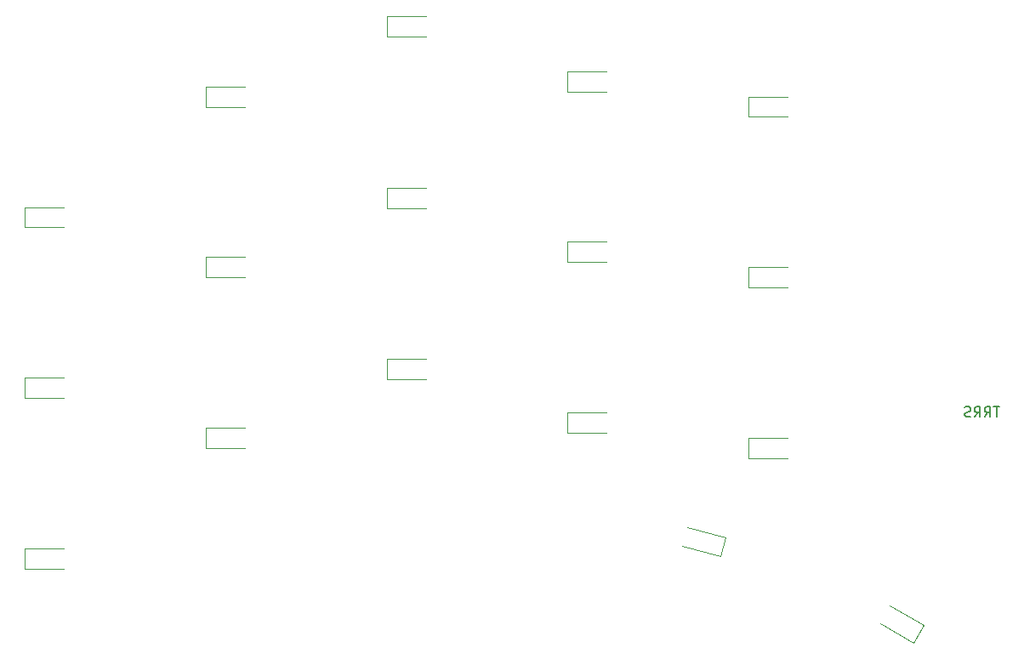
<source format=gbo>
G04 #@! TF.GenerationSoftware,KiCad,Pcbnew,(6.0.5)*
G04 #@! TF.CreationDate,2022-07-31T11:40:16+07:00*
G04 #@! TF.ProjectId,TrongDong34,54726f6e-6744-46f6-9e67-33342e6b6963,rev?*
G04 #@! TF.SameCoordinates,Original*
G04 #@! TF.FileFunction,Legend,Bot*
G04 #@! TF.FilePolarity,Positive*
%FSLAX46Y46*%
G04 Gerber Fmt 4.6, Leading zero omitted, Abs format (unit mm)*
G04 Created by KiCad (PCBNEW (6.0.5)) date 2022-07-31 11:40:16*
%MOMM*%
%LPD*%
G01*
G04 APERTURE LIST*
%ADD10C,0.150000*%
%ADD11C,0.120000*%
G04 APERTURE END LIST*
D10*
X121821904Y-64955380D02*
X121250476Y-64955380D01*
X121536190Y-65955380D02*
X121536190Y-64955380D01*
X120345714Y-65955380D02*
X120679047Y-65479190D01*
X120917142Y-65955380D02*
X120917142Y-64955380D01*
X120536190Y-64955380D01*
X120440952Y-65003000D01*
X120393333Y-65050619D01*
X120345714Y-65145857D01*
X120345714Y-65288714D01*
X120393333Y-65383952D01*
X120440952Y-65431571D01*
X120536190Y-65479190D01*
X120917142Y-65479190D01*
X119345714Y-65955380D02*
X119679047Y-65479190D01*
X119917142Y-65955380D02*
X119917142Y-64955380D01*
X119536190Y-64955380D01*
X119440952Y-65003000D01*
X119393333Y-65050619D01*
X119345714Y-65145857D01*
X119345714Y-65288714D01*
X119393333Y-65383952D01*
X119440952Y-65431571D01*
X119536190Y-65479190D01*
X119917142Y-65479190D01*
X118964761Y-65907761D02*
X118821904Y-65955380D01*
X118583809Y-65955380D01*
X118488571Y-65907761D01*
X118440952Y-65860142D01*
X118393333Y-65764904D01*
X118393333Y-65669666D01*
X118440952Y-65574428D01*
X118488571Y-65526809D01*
X118583809Y-65479190D01*
X118774285Y-65431571D01*
X118869523Y-65383952D01*
X118917142Y-65336333D01*
X118964761Y-65241095D01*
X118964761Y-65145857D01*
X118917142Y-65050619D01*
X118869523Y-65003000D01*
X118774285Y-64955380D01*
X118536190Y-64955380D01*
X118393333Y-65003000D01*
D11*
X96830000Y-36080000D02*
X100730000Y-36080000D01*
X96830000Y-34080000D02*
X96830000Y-36080000D01*
X96830000Y-34080000D02*
X100730000Y-34080000D01*
X42830000Y-50054000D02*
X42830000Y-52054000D01*
X42830000Y-52054000D02*
X46730000Y-52054000D01*
X42830000Y-50054000D02*
X46730000Y-50054000D01*
X24830000Y-45080000D02*
X24830000Y-47080000D01*
X24830000Y-47080000D02*
X28730000Y-47080000D01*
X24830000Y-45080000D02*
X28730000Y-45080000D01*
X113308557Y-88441025D02*
X109931058Y-86491025D01*
X114308557Y-86708975D02*
X110931058Y-84758975D01*
X113308557Y-88441025D02*
X114308557Y-86708975D01*
X60830000Y-26080000D02*
X64730000Y-26080000D01*
X60830000Y-26080000D02*
X60830000Y-28080000D01*
X60830000Y-28080000D02*
X64730000Y-28080000D01*
X78830000Y-67548000D02*
X82730000Y-67548000D01*
X78830000Y-65548000D02*
X82730000Y-65548000D01*
X78830000Y-65548000D02*
X78830000Y-67548000D01*
X96810000Y-68088000D02*
X96810000Y-70088000D01*
X96810000Y-70088000D02*
X100710000Y-70088000D01*
X96810000Y-68088000D02*
X100710000Y-68088000D01*
X24830000Y-79080000D02*
X28730000Y-79080000D01*
X24830000Y-81080000D02*
X28730000Y-81080000D01*
X24830000Y-79080000D02*
X24830000Y-81080000D01*
X96810000Y-53070000D02*
X100710000Y-53070000D01*
X96810000Y-51070000D02*
X96810000Y-53070000D01*
X96810000Y-51070000D02*
X100710000Y-51070000D01*
X60830000Y-60214000D02*
X64730000Y-60214000D01*
X60830000Y-60214000D02*
X60830000Y-62214000D01*
X60830000Y-62214000D02*
X64730000Y-62214000D01*
X24830000Y-62080000D02*
X28730000Y-62080000D01*
X24830000Y-62080000D02*
X24830000Y-64080000D01*
X24830000Y-64080000D02*
X28730000Y-64080000D01*
X78830000Y-33580000D02*
X82730000Y-33580000D01*
X78830000Y-31580000D02*
X78830000Y-33580000D01*
X78830000Y-31580000D02*
X82730000Y-31580000D01*
X94532152Y-77916417D02*
X90765041Y-76907023D01*
X94014514Y-79848269D02*
X94532152Y-77916417D01*
X94014514Y-79848269D02*
X90247403Y-78838874D01*
X42830000Y-33080000D02*
X42830000Y-35080000D01*
X42830000Y-35080000D02*
X46730000Y-35080000D01*
X42830000Y-33080000D02*
X46730000Y-33080000D01*
X42830000Y-67072000D02*
X46730000Y-67072000D01*
X42830000Y-69072000D02*
X46730000Y-69072000D01*
X42830000Y-67072000D02*
X42830000Y-69072000D01*
X78830000Y-48530000D02*
X78830000Y-50530000D01*
X78830000Y-48530000D02*
X82730000Y-48530000D01*
X78830000Y-50530000D02*
X82730000Y-50530000D01*
X60830000Y-43196000D02*
X64730000Y-43196000D01*
X60830000Y-43196000D02*
X60830000Y-45196000D01*
X60830000Y-45196000D02*
X64730000Y-45196000D01*
M02*

</source>
